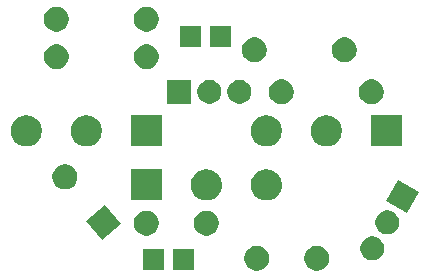
<source format=gbr>
G04 #@! TF.GenerationSoftware,KiCad,Pcbnew,(5.1.5-0-10_14)*
G04 #@! TF.CreationDate,2020-11-19T19:32:45+01:00*
G04 #@! TF.ProjectId,fuzzy-christmas-2020,66757a7a-792d-4636-9872-6973746d6173,rev?*
G04 #@! TF.SameCoordinates,Original*
G04 #@! TF.FileFunction,Soldermask,Bot*
G04 #@! TF.FilePolarity,Negative*
%FSLAX46Y46*%
G04 Gerber Fmt 4.6, Leading zero omitted, Abs format (unit mm)*
G04 Created by KiCad (PCBNEW (5.1.5-0-10_14)) date 2020-11-19 19:32:45*
%MOMM*%
%LPD*%
G04 APERTURE LIST*
%ADD10C,0.100000*%
G04 APERTURE END LIST*
D10*
G36*
X231891064Y-83444389D02*
G01*
X232082333Y-83523615D01*
X232082335Y-83523616D01*
X232254473Y-83638635D01*
X232400865Y-83785027D01*
X232515885Y-83957167D01*
X232595111Y-84148436D01*
X232635500Y-84351484D01*
X232635500Y-84558516D01*
X232595111Y-84761564D01*
X232515885Y-84952833D01*
X232515884Y-84952835D01*
X232400865Y-85124973D01*
X232254473Y-85271365D01*
X232082335Y-85386384D01*
X232082334Y-85386385D01*
X232082333Y-85386385D01*
X231891064Y-85465611D01*
X231688016Y-85506000D01*
X231480984Y-85506000D01*
X231277936Y-85465611D01*
X231086667Y-85386385D01*
X231086666Y-85386385D01*
X231086665Y-85386384D01*
X230914527Y-85271365D01*
X230768135Y-85124973D01*
X230653116Y-84952835D01*
X230653115Y-84952833D01*
X230573889Y-84761564D01*
X230533500Y-84558516D01*
X230533500Y-84351484D01*
X230573889Y-84148436D01*
X230653115Y-83957167D01*
X230768135Y-83785027D01*
X230914527Y-83638635D01*
X231086665Y-83523616D01*
X231086667Y-83523615D01*
X231277936Y-83444389D01*
X231480984Y-83404000D01*
X231688016Y-83404000D01*
X231891064Y-83444389D01*
G37*
G36*
X226811064Y-83444389D02*
G01*
X227002333Y-83523615D01*
X227002335Y-83523616D01*
X227174473Y-83638635D01*
X227320865Y-83785027D01*
X227435885Y-83957167D01*
X227515111Y-84148436D01*
X227555500Y-84351484D01*
X227555500Y-84558516D01*
X227515111Y-84761564D01*
X227435885Y-84952833D01*
X227435884Y-84952835D01*
X227320865Y-85124973D01*
X227174473Y-85271365D01*
X227002335Y-85386384D01*
X227002334Y-85386385D01*
X227002333Y-85386385D01*
X226811064Y-85465611D01*
X226608016Y-85506000D01*
X226400984Y-85506000D01*
X226197936Y-85465611D01*
X226006667Y-85386385D01*
X226006666Y-85386385D01*
X226006665Y-85386384D01*
X225834527Y-85271365D01*
X225688135Y-85124973D01*
X225573116Y-84952835D01*
X225573115Y-84952833D01*
X225493889Y-84761564D01*
X225453500Y-84558516D01*
X225453500Y-84351484D01*
X225493889Y-84148436D01*
X225573115Y-83957167D01*
X225688135Y-83785027D01*
X225834527Y-83638635D01*
X226006665Y-83523616D01*
X226006667Y-83523615D01*
X226197936Y-83444389D01*
X226400984Y-83404000D01*
X226608016Y-83404000D01*
X226811064Y-83444389D01*
G37*
G36*
X221182500Y-85444900D02*
G01*
X219380500Y-85444900D01*
X219380500Y-83642900D01*
X221182500Y-83642900D01*
X221182500Y-85444900D01*
G37*
G36*
X218642500Y-85444900D02*
G01*
X216840500Y-85444900D01*
X216840500Y-83642900D01*
X218642500Y-83642900D01*
X218642500Y-85444900D01*
G37*
G36*
X236579915Y-82629556D02*
G01*
X236764850Y-82706159D01*
X236764851Y-82706160D01*
X236931290Y-82817371D01*
X237072834Y-82958915D01*
X237072835Y-82958917D01*
X237184046Y-83125355D01*
X237260649Y-83310290D01*
X237299700Y-83506617D01*
X237299700Y-83706793D01*
X237260649Y-83903120D01*
X237184046Y-84088055D01*
X237184045Y-84088056D01*
X237072834Y-84254495D01*
X236931290Y-84396039D01*
X236847504Y-84452023D01*
X236764850Y-84507251D01*
X236579915Y-84583854D01*
X236383588Y-84622905D01*
X236183412Y-84622905D01*
X235987085Y-84583854D01*
X235802150Y-84507251D01*
X235719496Y-84452023D01*
X235635710Y-84396039D01*
X235494166Y-84254495D01*
X235382955Y-84088056D01*
X235382954Y-84088055D01*
X235306351Y-83903120D01*
X235267300Y-83706793D01*
X235267300Y-83506617D01*
X235306351Y-83310290D01*
X235382954Y-83125355D01*
X235494165Y-82958917D01*
X235494166Y-82958915D01*
X235635710Y-82817371D01*
X235802149Y-82706160D01*
X235802150Y-82706159D01*
X235987085Y-82629556D01*
X236183412Y-82590505D01*
X236383588Y-82590505D01*
X236579915Y-82629556D01*
G37*
G36*
X215012863Y-81577296D02*
G01*
X213402638Y-82928435D01*
X212051499Y-81318210D01*
X213661724Y-79967071D01*
X215012863Y-81577296D01*
G37*
G36*
X222556564Y-80459889D02*
G01*
X222747833Y-80539115D01*
X222747835Y-80539116D01*
X222919973Y-80654135D01*
X223066365Y-80800527D01*
X223149970Y-80925650D01*
X223181385Y-80972667D01*
X223260611Y-81163936D01*
X223301000Y-81366984D01*
X223301000Y-81574016D01*
X223260611Y-81777064D01*
X223181385Y-81968333D01*
X223181384Y-81968335D01*
X223066365Y-82140473D01*
X222919973Y-82286865D01*
X222747835Y-82401884D01*
X222747834Y-82401885D01*
X222747833Y-82401885D01*
X222556564Y-82481111D01*
X222353516Y-82521500D01*
X222146484Y-82521500D01*
X221943436Y-82481111D01*
X221752167Y-82401885D01*
X221752166Y-82401885D01*
X221752165Y-82401884D01*
X221580027Y-82286865D01*
X221433635Y-82140473D01*
X221318616Y-81968335D01*
X221318615Y-81968333D01*
X221239389Y-81777064D01*
X221199000Y-81574016D01*
X221199000Y-81366984D01*
X221239389Y-81163936D01*
X221318615Y-80972667D01*
X221350031Y-80925650D01*
X221433635Y-80800527D01*
X221580027Y-80654135D01*
X221752165Y-80539116D01*
X221752167Y-80539115D01*
X221943436Y-80459889D01*
X222146484Y-80419500D01*
X222353516Y-80419500D01*
X222556564Y-80459889D01*
G37*
G36*
X217476564Y-80459889D02*
G01*
X217667833Y-80539115D01*
X217667835Y-80539116D01*
X217839973Y-80654135D01*
X217986365Y-80800527D01*
X218069970Y-80925650D01*
X218101385Y-80972667D01*
X218180611Y-81163936D01*
X218221000Y-81366984D01*
X218221000Y-81574016D01*
X218180611Y-81777064D01*
X218101385Y-81968333D01*
X218101384Y-81968335D01*
X217986365Y-82140473D01*
X217839973Y-82286865D01*
X217667835Y-82401884D01*
X217667834Y-82401885D01*
X217667833Y-82401885D01*
X217476564Y-82481111D01*
X217273516Y-82521500D01*
X217066484Y-82521500D01*
X216863436Y-82481111D01*
X216672167Y-82401885D01*
X216672166Y-82401885D01*
X216672165Y-82401884D01*
X216500027Y-82286865D01*
X216353635Y-82140473D01*
X216238616Y-81968335D01*
X216238615Y-81968333D01*
X216159389Y-81777064D01*
X216119000Y-81574016D01*
X216119000Y-81366984D01*
X216159389Y-81163936D01*
X216238615Y-80972667D01*
X216270031Y-80925650D01*
X216353635Y-80800527D01*
X216500027Y-80654135D01*
X216672165Y-80539116D01*
X216672167Y-80539115D01*
X216863436Y-80459889D01*
X217066484Y-80419500D01*
X217273516Y-80419500D01*
X217476564Y-80459889D01*
G37*
G36*
X237849915Y-80429851D02*
G01*
X238034850Y-80506454D01*
X238034851Y-80506455D01*
X238201290Y-80617666D01*
X238342834Y-80759210D01*
X238342835Y-80759212D01*
X238454046Y-80925650D01*
X238530649Y-81110585D01*
X238569700Y-81306912D01*
X238569700Y-81507088D01*
X238530649Y-81703415D01*
X238454046Y-81888350D01*
X238454045Y-81888351D01*
X238342834Y-82054790D01*
X238201290Y-82196334D01*
X238117504Y-82252318D01*
X238034850Y-82307546D01*
X237849915Y-82384149D01*
X237653588Y-82423200D01*
X237453412Y-82423200D01*
X237257085Y-82384149D01*
X237072150Y-82307546D01*
X236989496Y-82252318D01*
X236905710Y-82196334D01*
X236764166Y-82054790D01*
X236652955Y-81888351D01*
X236652954Y-81888350D01*
X236576351Y-81703415D01*
X236537300Y-81507088D01*
X236537300Y-81306912D01*
X236576351Y-81110585D01*
X236652954Y-80925650D01*
X236764165Y-80759212D01*
X236764166Y-80759210D01*
X236905710Y-80617666D01*
X237072149Y-80506455D01*
X237072150Y-80506454D01*
X237257085Y-80429851D01*
X237453412Y-80390800D01*
X237653588Y-80390800D01*
X237849915Y-80429851D01*
G37*
G36*
X240211656Y-78835340D02*
G01*
X239195455Y-80595451D01*
X237435344Y-79579250D01*
X238451545Y-77819139D01*
X240211656Y-78835340D01*
G37*
G36*
X222507715Y-76936383D02*
G01*
X222635322Y-76961765D01*
X222776148Y-77020097D01*
X222875727Y-77061344D01*
X222875728Y-77061345D01*
X223092089Y-77205912D01*
X223276088Y-77389911D01*
X223318064Y-77452733D01*
X223420656Y-77606273D01*
X223442811Y-77659761D01*
X223520235Y-77846678D01*
X223520235Y-77846680D01*
X223571000Y-78101891D01*
X223571000Y-78362109D01*
X223546032Y-78487631D01*
X223520235Y-78617322D01*
X223461903Y-78758148D01*
X223420656Y-78857727D01*
X223420655Y-78857728D01*
X223276088Y-79074089D01*
X223092089Y-79258088D01*
X222947521Y-79354685D01*
X222875727Y-79402656D01*
X222776148Y-79443903D01*
X222635322Y-79502235D01*
X222507715Y-79527617D01*
X222380109Y-79553000D01*
X222119891Y-79553000D01*
X221992285Y-79527617D01*
X221864678Y-79502235D01*
X221723852Y-79443903D01*
X221624273Y-79402656D01*
X221552479Y-79354685D01*
X221407911Y-79258088D01*
X221223912Y-79074089D01*
X221079345Y-78857728D01*
X221079344Y-78857727D01*
X221038097Y-78758148D01*
X220979765Y-78617322D01*
X220953968Y-78487631D01*
X220929000Y-78362109D01*
X220929000Y-78101891D01*
X220979765Y-77846680D01*
X220979765Y-77846678D01*
X221057189Y-77659761D01*
X221079344Y-77606273D01*
X221181936Y-77452733D01*
X221223912Y-77389911D01*
X221407911Y-77205912D01*
X221624272Y-77061345D01*
X221624273Y-77061344D01*
X221723852Y-77020097D01*
X221864678Y-76961765D01*
X221992285Y-76936383D01*
X222119891Y-76911000D01*
X222380109Y-76911000D01*
X222507715Y-76936383D01*
G37*
G36*
X218491000Y-79553000D02*
G01*
X215849000Y-79553000D01*
X215849000Y-76911000D01*
X218491000Y-76911000D01*
X218491000Y-79553000D01*
G37*
G36*
X227587715Y-76936383D02*
G01*
X227715322Y-76961765D01*
X227856148Y-77020097D01*
X227955727Y-77061344D01*
X227955728Y-77061345D01*
X228172089Y-77205912D01*
X228356088Y-77389911D01*
X228398064Y-77452733D01*
X228500656Y-77606273D01*
X228522811Y-77659761D01*
X228600235Y-77846678D01*
X228600235Y-77846680D01*
X228651000Y-78101891D01*
X228651000Y-78362109D01*
X228626032Y-78487631D01*
X228600235Y-78617322D01*
X228541903Y-78758148D01*
X228500656Y-78857727D01*
X228500655Y-78857728D01*
X228356088Y-79074089D01*
X228172089Y-79258088D01*
X228027521Y-79354685D01*
X227955727Y-79402656D01*
X227856148Y-79443903D01*
X227715322Y-79502235D01*
X227587715Y-79527617D01*
X227460109Y-79553000D01*
X227199891Y-79553000D01*
X227072285Y-79527617D01*
X226944678Y-79502235D01*
X226803852Y-79443903D01*
X226704273Y-79402656D01*
X226632479Y-79354685D01*
X226487911Y-79258088D01*
X226303912Y-79074089D01*
X226159345Y-78857728D01*
X226159344Y-78857727D01*
X226118097Y-78758148D01*
X226059765Y-78617322D01*
X226033968Y-78487631D01*
X226009000Y-78362109D01*
X226009000Y-78101891D01*
X226059765Y-77846680D01*
X226059765Y-77846678D01*
X226137189Y-77659761D01*
X226159344Y-77606273D01*
X226261936Y-77452733D01*
X226303912Y-77389911D01*
X226487911Y-77205912D01*
X226704272Y-77061345D01*
X226704273Y-77061344D01*
X226803852Y-77020097D01*
X226944678Y-76961765D01*
X227072285Y-76936383D01*
X227199891Y-76911000D01*
X227460109Y-76911000D01*
X227587715Y-76936383D01*
G37*
G36*
X210573383Y-76545636D02*
G01*
X210764652Y-76624862D01*
X210764654Y-76624863D01*
X210936792Y-76739882D01*
X211083184Y-76886274D01*
X211133626Y-76961765D01*
X211198204Y-77058414D01*
X211277430Y-77249683D01*
X211317819Y-77452731D01*
X211317819Y-77659763D01*
X211277430Y-77862811D01*
X211198204Y-78054080D01*
X211198203Y-78054082D01*
X211083184Y-78226220D01*
X210936792Y-78372612D01*
X210764654Y-78487631D01*
X210764653Y-78487632D01*
X210764652Y-78487632D01*
X210573383Y-78566858D01*
X210370335Y-78607247D01*
X210163303Y-78607247D01*
X209960255Y-78566858D01*
X209768986Y-78487632D01*
X209768985Y-78487632D01*
X209768984Y-78487631D01*
X209596846Y-78372612D01*
X209450454Y-78226220D01*
X209335435Y-78054082D01*
X209335434Y-78054080D01*
X209256208Y-77862811D01*
X209215819Y-77659763D01*
X209215819Y-77452731D01*
X209256208Y-77249683D01*
X209335434Y-77058414D01*
X209400013Y-76961765D01*
X209450454Y-76886274D01*
X209596846Y-76739882D01*
X209768984Y-76624863D01*
X209768986Y-76624862D01*
X209960255Y-76545636D01*
X210163303Y-76505247D01*
X210370335Y-76505247D01*
X210573383Y-76545636D01*
G37*
G36*
X212347715Y-72364383D02*
G01*
X212475322Y-72389765D01*
X212616148Y-72448097D01*
X212715727Y-72489344D01*
X212715728Y-72489345D01*
X212932089Y-72633912D01*
X213116088Y-72817911D01*
X213212685Y-72962479D01*
X213260656Y-73034273D01*
X213301903Y-73133852D01*
X213360235Y-73274678D01*
X213411000Y-73529893D01*
X213411000Y-73790107D01*
X213360235Y-74045322D01*
X213301903Y-74186148D01*
X213260656Y-74285727D01*
X213260655Y-74285728D01*
X213116088Y-74502089D01*
X212932089Y-74686088D01*
X212787521Y-74782685D01*
X212715727Y-74830656D01*
X212616148Y-74871903D01*
X212475322Y-74930235D01*
X212347715Y-74955617D01*
X212220109Y-74981000D01*
X211959891Y-74981000D01*
X211832285Y-74955617D01*
X211704678Y-74930235D01*
X211563852Y-74871903D01*
X211464273Y-74830656D01*
X211392479Y-74782685D01*
X211247911Y-74686088D01*
X211063912Y-74502089D01*
X210919345Y-74285728D01*
X210919344Y-74285727D01*
X210878097Y-74186148D01*
X210819765Y-74045322D01*
X210769000Y-73790107D01*
X210769000Y-73529893D01*
X210819765Y-73274678D01*
X210878097Y-73133852D01*
X210919344Y-73034273D01*
X210967315Y-72962479D01*
X211063912Y-72817911D01*
X211247911Y-72633912D01*
X211464272Y-72489345D01*
X211464273Y-72489344D01*
X211563852Y-72448097D01*
X211704678Y-72389765D01*
X211832285Y-72364383D01*
X211959891Y-72339000D01*
X212220109Y-72339000D01*
X212347715Y-72364383D01*
G37*
G36*
X238811000Y-74981000D02*
G01*
X236169000Y-74981000D01*
X236169000Y-72339000D01*
X238811000Y-72339000D01*
X238811000Y-74981000D01*
G37*
G36*
X232667715Y-72364383D02*
G01*
X232795322Y-72389765D01*
X232936148Y-72448097D01*
X233035727Y-72489344D01*
X233035728Y-72489345D01*
X233252089Y-72633912D01*
X233436088Y-72817911D01*
X233532685Y-72962479D01*
X233580656Y-73034273D01*
X233621903Y-73133852D01*
X233680235Y-73274678D01*
X233731000Y-73529893D01*
X233731000Y-73790107D01*
X233680235Y-74045322D01*
X233621903Y-74186148D01*
X233580656Y-74285727D01*
X233580655Y-74285728D01*
X233436088Y-74502089D01*
X233252089Y-74686088D01*
X233107521Y-74782685D01*
X233035727Y-74830656D01*
X232936148Y-74871903D01*
X232795322Y-74930235D01*
X232667715Y-74955617D01*
X232540109Y-74981000D01*
X232279891Y-74981000D01*
X232152285Y-74955617D01*
X232024678Y-74930235D01*
X231883852Y-74871903D01*
X231784273Y-74830656D01*
X231712479Y-74782685D01*
X231567911Y-74686088D01*
X231383912Y-74502089D01*
X231239345Y-74285728D01*
X231239344Y-74285727D01*
X231198097Y-74186148D01*
X231139765Y-74045322D01*
X231089000Y-73790107D01*
X231089000Y-73529893D01*
X231139765Y-73274678D01*
X231198097Y-73133852D01*
X231239344Y-73034273D01*
X231287315Y-72962479D01*
X231383912Y-72817911D01*
X231567911Y-72633912D01*
X231784272Y-72489345D01*
X231784273Y-72489344D01*
X231883852Y-72448097D01*
X232024678Y-72389765D01*
X232152285Y-72364383D01*
X232279891Y-72339000D01*
X232540109Y-72339000D01*
X232667715Y-72364383D01*
G37*
G36*
X227587715Y-72364383D02*
G01*
X227715322Y-72389765D01*
X227856148Y-72448097D01*
X227955727Y-72489344D01*
X227955728Y-72489345D01*
X228172089Y-72633912D01*
X228356088Y-72817911D01*
X228452685Y-72962479D01*
X228500656Y-73034273D01*
X228541903Y-73133852D01*
X228600235Y-73274678D01*
X228651000Y-73529893D01*
X228651000Y-73790107D01*
X228600235Y-74045322D01*
X228541903Y-74186148D01*
X228500656Y-74285727D01*
X228500655Y-74285728D01*
X228356088Y-74502089D01*
X228172089Y-74686088D01*
X228027521Y-74782685D01*
X227955727Y-74830656D01*
X227856148Y-74871903D01*
X227715322Y-74930235D01*
X227587715Y-74955617D01*
X227460109Y-74981000D01*
X227199891Y-74981000D01*
X227072285Y-74955617D01*
X226944678Y-74930235D01*
X226803852Y-74871903D01*
X226704273Y-74830656D01*
X226632479Y-74782685D01*
X226487911Y-74686088D01*
X226303912Y-74502089D01*
X226159345Y-74285728D01*
X226159344Y-74285727D01*
X226118097Y-74186148D01*
X226059765Y-74045322D01*
X226009000Y-73790107D01*
X226009000Y-73529893D01*
X226059765Y-73274678D01*
X226118097Y-73133852D01*
X226159344Y-73034273D01*
X226207315Y-72962479D01*
X226303912Y-72817911D01*
X226487911Y-72633912D01*
X226704272Y-72489345D01*
X226704273Y-72489344D01*
X226803852Y-72448097D01*
X226944678Y-72389765D01*
X227072285Y-72364383D01*
X227199891Y-72339000D01*
X227460109Y-72339000D01*
X227587715Y-72364383D01*
G37*
G36*
X207267715Y-72364383D02*
G01*
X207395322Y-72389765D01*
X207536148Y-72448097D01*
X207635727Y-72489344D01*
X207635728Y-72489345D01*
X207852089Y-72633912D01*
X208036088Y-72817911D01*
X208132685Y-72962479D01*
X208180656Y-73034273D01*
X208221903Y-73133852D01*
X208280235Y-73274678D01*
X208331000Y-73529893D01*
X208331000Y-73790107D01*
X208280235Y-74045322D01*
X208221903Y-74186148D01*
X208180656Y-74285727D01*
X208180655Y-74285728D01*
X208036088Y-74502089D01*
X207852089Y-74686088D01*
X207707521Y-74782685D01*
X207635727Y-74830656D01*
X207536148Y-74871903D01*
X207395322Y-74930235D01*
X207267715Y-74955617D01*
X207140109Y-74981000D01*
X206879891Y-74981000D01*
X206752285Y-74955617D01*
X206624678Y-74930235D01*
X206483852Y-74871903D01*
X206384273Y-74830656D01*
X206312479Y-74782685D01*
X206167911Y-74686088D01*
X205983912Y-74502089D01*
X205839345Y-74285728D01*
X205839344Y-74285727D01*
X205798097Y-74186148D01*
X205739765Y-74045322D01*
X205689000Y-73790107D01*
X205689000Y-73529893D01*
X205739765Y-73274678D01*
X205798097Y-73133852D01*
X205839344Y-73034273D01*
X205887315Y-72962479D01*
X205983912Y-72817911D01*
X206167911Y-72633912D01*
X206384272Y-72489345D01*
X206384273Y-72489344D01*
X206483852Y-72448097D01*
X206624678Y-72389765D01*
X206752285Y-72364383D01*
X206879891Y-72339000D01*
X207140109Y-72339000D01*
X207267715Y-72364383D01*
G37*
G36*
X218491000Y-74981000D02*
G01*
X215849000Y-74981000D01*
X215849000Y-72339000D01*
X218491000Y-72339000D01*
X218491000Y-74981000D01*
G37*
G36*
X236526564Y-69347389D02*
G01*
X236717833Y-69426615D01*
X236717835Y-69426616D01*
X236889973Y-69541635D01*
X237036365Y-69688027D01*
X237151385Y-69860167D01*
X237230611Y-70051436D01*
X237271000Y-70254484D01*
X237271000Y-70461516D01*
X237230611Y-70664564D01*
X237158212Y-70839350D01*
X237151384Y-70855835D01*
X237036365Y-71027973D01*
X236889973Y-71174365D01*
X236717835Y-71289384D01*
X236717834Y-71289385D01*
X236717833Y-71289385D01*
X236526564Y-71368611D01*
X236323516Y-71409000D01*
X236116484Y-71409000D01*
X235913436Y-71368611D01*
X235722167Y-71289385D01*
X235722166Y-71289385D01*
X235722165Y-71289384D01*
X235550027Y-71174365D01*
X235403635Y-71027973D01*
X235288616Y-70855835D01*
X235281788Y-70839350D01*
X235209389Y-70664564D01*
X235169000Y-70461516D01*
X235169000Y-70254484D01*
X235209389Y-70051436D01*
X235288615Y-69860167D01*
X235403635Y-69688027D01*
X235550027Y-69541635D01*
X235722165Y-69426616D01*
X235722167Y-69426615D01*
X235913436Y-69347389D01*
X236116484Y-69307000D01*
X236323516Y-69307000D01*
X236526564Y-69347389D01*
G37*
G36*
X228906564Y-69347389D02*
G01*
X229097833Y-69426615D01*
X229097835Y-69426616D01*
X229269973Y-69541635D01*
X229416365Y-69688027D01*
X229531385Y-69860167D01*
X229610611Y-70051436D01*
X229651000Y-70254484D01*
X229651000Y-70461516D01*
X229610611Y-70664564D01*
X229538212Y-70839350D01*
X229531384Y-70855835D01*
X229416365Y-71027973D01*
X229269973Y-71174365D01*
X229097835Y-71289384D01*
X229097834Y-71289385D01*
X229097833Y-71289385D01*
X228906564Y-71368611D01*
X228703516Y-71409000D01*
X228496484Y-71409000D01*
X228293436Y-71368611D01*
X228102167Y-71289385D01*
X228102166Y-71289385D01*
X228102165Y-71289384D01*
X227930027Y-71174365D01*
X227783635Y-71027973D01*
X227668616Y-70855835D01*
X227661788Y-70839350D01*
X227589389Y-70664564D01*
X227549000Y-70461516D01*
X227549000Y-70254484D01*
X227589389Y-70051436D01*
X227668615Y-69860167D01*
X227783635Y-69688027D01*
X227930027Y-69541635D01*
X228102165Y-69426616D01*
X228102167Y-69426615D01*
X228293436Y-69347389D01*
X228496484Y-69307000D01*
X228703516Y-69307000D01*
X228906564Y-69347389D01*
G37*
G36*
X225340415Y-69380851D02*
G01*
X225525350Y-69457454D01*
X225525351Y-69457455D01*
X225691790Y-69568666D01*
X225833334Y-69710210D01*
X225833335Y-69710212D01*
X225944546Y-69876650D01*
X226021149Y-70061585D01*
X226060200Y-70257912D01*
X226060200Y-70458088D01*
X226021149Y-70654415D01*
X225944546Y-70839350D01*
X225944545Y-70839351D01*
X225833334Y-71005790D01*
X225691790Y-71147334D01*
X225651335Y-71174365D01*
X225525350Y-71258546D01*
X225340415Y-71335149D01*
X225144088Y-71374200D01*
X224943912Y-71374200D01*
X224747585Y-71335149D01*
X224562650Y-71258546D01*
X224436665Y-71174365D01*
X224396210Y-71147334D01*
X224254666Y-71005790D01*
X224143455Y-70839351D01*
X224143454Y-70839350D01*
X224066851Y-70654415D01*
X224027800Y-70458088D01*
X224027800Y-70257912D01*
X224066851Y-70061585D01*
X224143454Y-69876650D01*
X224254665Y-69710212D01*
X224254666Y-69710210D01*
X224396210Y-69568666D01*
X224562649Y-69457455D01*
X224562650Y-69457454D01*
X224747585Y-69380851D01*
X224943912Y-69341800D01*
X225144088Y-69341800D01*
X225340415Y-69380851D01*
G37*
G36*
X222800415Y-69380851D02*
G01*
X222985350Y-69457454D01*
X222985351Y-69457455D01*
X223151790Y-69568666D01*
X223293334Y-69710210D01*
X223293335Y-69710212D01*
X223404546Y-69876650D01*
X223481149Y-70061585D01*
X223520200Y-70257912D01*
X223520200Y-70458088D01*
X223481149Y-70654415D01*
X223404546Y-70839350D01*
X223404545Y-70839351D01*
X223293334Y-71005790D01*
X223151790Y-71147334D01*
X223111335Y-71174365D01*
X222985350Y-71258546D01*
X222800415Y-71335149D01*
X222604088Y-71374200D01*
X222403912Y-71374200D01*
X222207585Y-71335149D01*
X222022650Y-71258546D01*
X221896665Y-71174365D01*
X221856210Y-71147334D01*
X221714666Y-71005790D01*
X221603455Y-70839351D01*
X221603454Y-70839350D01*
X221526851Y-70654415D01*
X221487800Y-70458088D01*
X221487800Y-70257912D01*
X221526851Y-70061585D01*
X221603454Y-69876650D01*
X221714665Y-69710212D01*
X221714666Y-69710210D01*
X221856210Y-69568666D01*
X222022649Y-69457455D01*
X222022650Y-69457454D01*
X222207585Y-69380851D01*
X222403912Y-69341800D01*
X222604088Y-69341800D01*
X222800415Y-69380851D01*
G37*
G36*
X220980200Y-71374200D02*
G01*
X218947800Y-71374200D01*
X218947800Y-69341800D01*
X220980200Y-69341800D01*
X220980200Y-71374200D01*
G37*
G36*
X209856564Y-66362889D02*
G01*
X210047833Y-66442115D01*
X210047835Y-66442116D01*
X210127632Y-66495435D01*
X210219973Y-66557135D01*
X210366365Y-66703527D01*
X210481385Y-66875667D01*
X210560611Y-67066936D01*
X210601000Y-67269984D01*
X210601000Y-67477016D01*
X210560611Y-67680064D01*
X210505708Y-67812611D01*
X210481384Y-67871335D01*
X210366365Y-68043473D01*
X210219973Y-68189865D01*
X210047835Y-68304884D01*
X210047834Y-68304885D01*
X210047833Y-68304885D01*
X209856564Y-68384111D01*
X209653516Y-68424500D01*
X209446484Y-68424500D01*
X209243436Y-68384111D01*
X209052167Y-68304885D01*
X209052166Y-68304885D01*
X209052165Y-68304884D01*
X208880027Y-68189865D01*
X208733635Y-68043473D01*
X208618616Y-67871335D01*
X208594292Y-67812611D01*
X208539389Y-67680064D01*
X208499000Y-67477016D01*
X208499000Y-67269984D01*
X208539389Y-67066936D01*
X208618615Y-66875667D01*
X208733635Y-66703527D01*
X208880027Y-66557135D01*
X208972368Y-66495435D01*
X209052165Y-66442116D01*
X209052167Y-66442115D01*
X209243436Y-66362889D01*
X209446484Y-66322500D01*
X209653516Y-66322500D01*
X209856564Y-66362889D01*
G37*
G36*
X217476564Y-66362889D02*
G01*
X217667833Y-66442115D01*
X217667835Y-66442116D01*
X217747632Y-66495435D01*
X217839973Y-66557135D01*
X217986365Y-66703527D01*
X218101385Y-66875667D01*
X218180611Y-67066936D01*
X218221000Y-67269984D01*
X218221000Y-67477016D01*
X218180611Y-67680064D01*
X218125708Y-67812611D01*
X218101384Y-67871335D01*
X217986365Y-68043473D01*
X217839973Y-68189865D01*
X217667835Y-68304884D01*
X217667834Y-68304885D01*
X217667833Y-68304885D01*
X217476564Y-68384111D01*
X217273516Y-68424500D01*
X217066484Y-68424500D01*
X216863436Y-68384111D01*
X216672167Y-68304885D01*
X216672166Y-68304885D01*
X216672165Y-68304884D01*
X216500027Y-68189865D01*
X216353635Y-68043473D01*
X216238616Y-67871335D01*
X216214292Y-67812611D01*
X216159389Y-67680064D01*
X216119000Y-67477016D01*
X216119000Y-67269984D01*
X216159389Y-67066936D01*
X216238615Y-66875667D01*
X216353635Y-66703527D01*
X216500027Y-66557135D01*
X216592368Y-66495435D01*
X216672165Y-66442116D01*
X216672167Y-66442115D01*
X216863436Y-66362889D01*
X217066484Y-66322500D01*
X217273516Y-66322500D01*
X217476564Y-66362889D01*
G37*
G36*
X226620564Y-65791389D02*
G01*
X226811833Y-65870615D01*
X226811835Y-65870616D01*
X226983973Y-65985635D01*
X227130365Y-66132027D01*
X227245385Y-66304167D01*
X227324611Y-66495436D01*
X227365000Y-66698484D01*
X227365000Y-66905516D01*
X227324611Y-67108564D01*
X227257749Y-67269984D01*
X227245384Y-67299835D01*
X227130365Y-67471973D01*
X226983973Y-67618365D01*
X226811835Y-67733384D01*
X226811834Y-67733385D01*
X226811833Y-67733385D01*
X226620564Y-67812611D01*
X226417516Y-67853000D01*
X226210484Y-67853000D01*
X226007436Y-67812611D01*
X225816167Y-67733385D01*
X225816166Y-67733385D01*
X225816165Y-67733384D01*
X225644027Y-67618365D01*
X225497635Y-67471973D01*
X225382616Y-67299835D01*
X225370251Y-67269984D01*
X225303389Y-67108564D01*
X225263000Y-66905516D01*
X225263000Y-66698484D01*
X225303389Y-66495436D01*
X225382615Y-66304167D01*
X225497635Y-66132027D01*
X225644027Y-65985635D01*
X225816165Y-65870616D01*
X225816167Y-65870615D01*
X226007436Y-65791389D01*
X226210484Y-65751000D01*
X226417516Y-65751000D01*
X226620564Y-65791389D01*
G37*
G36*
X234240564Y-65791389D02*
G01*
X234431833Y-65870615D01*
X234431835Y-65870616D01*
X234603973Y-65985635D01*
X234750365Y-66132027D01*
X234865385Y-66304167D01*
X234944611Y-66495436D01*
X234985000Y-66698484D01*
X234985000Y-66905516D01*
X234944611Y-67108564D01*
X234877749Y-67269984D01*
X234865384Y-67299835D01*
X234750365Y-67471973D01*
X234603973Y-67618365D01*
X234431835Y-67733384D01*
X234431834Y-67733385D01*
X234431833Y-67733385D01*
X234240564Y-67812611D01*
X234037516Y-67853000D01*
X233830484Y-67853000D01*
X233627436Y-67812611D01*
X233436167Y-67733385D01*
X233436166Y-67733385D01*
X233436165Y-67733384D01*
X233264027Y-67618365D01*
X233117635Y-67471973D01*
X233002616Y-67299835D01*
X232990251Y-67269984D01*
X232923389Y-67108564D01*
X232883000Y-66905516D01*
X232883000Y-66698484D01*
X232923389Y-66495436D01*
X233002615Y-66304167D01*
X233117635Y-66132027D01*
X233264027Y-65985635D01*
X233436165Y-65870616D01*
X233436167Y-65870615D01*
X233627436Y-65791389D01*
X233830484Y-65751000D01*
X234037516Y-65751000D01*
X234240564Y-65791389D01*
G37*
G36*
X224357500Y-66560000D02*
G01*
X222555500Y-66560000D01*
X222555500Y-64758000D01*
X224357500Y-64758000D01*
X224357500Y-66560000D01*
G37*
G36*
X221817500Y-66560000D02*
G01*
X220015500Y-66560000D01*
X220015500Y-64758000D01*
X221817500Y-64758000D01*
X221817500Y-66560000D01*
G37*
G36*
X209856564Y-63187889D02*
G01*
X210047833Y-63267115D01*
X210047835Y-63267116D01*
X210219973Y-63382135D01*
X210366365Y-63528527D01*
X210481385Y-63700667D01*
X210560611Y-63891936D01*
X210601000Y-64094984D01*
X210601000Y-64302016D01*
X210560611Y-64505064D01*
X210481385Y-64696333D01*
X210481384Y-64696335D01*
X210366365Y-64868473D01*
X210219973Y-65014865D01*
X210047835Y-65129884D01*
X210047834Y-65129885D01*
X210047833Y-65129885D01*
X209856564Y-65209111D01*
X209653516Y-65249500D01*
X209446484Y-65249500D01*
X209243436Y-65209111D01*
X209052167Y-65129885D01*
X209052166Y-65129885D01*
X209052165Y-65129884D01*
X208880027Y-65014865D01*
X208733635Y-64868473D01*
X208618616Y-64696335D01*
X208618615Y-64696333D01*
X208539389Y-64505064D01*
X208499000Y-64302016D01*
X208499000Y-64094984D01*
X208539389Y-63891936D01*
X208618615Y-63700667D01*
X208733635Y-63528527D01*
X208880027Y-63382135D01*
X209052165Y-63267116D01*
X209052167Y-63267115D01*
X209243436Y-63187889D01*
X209446484Y-63147500D01*
X209653516Y-63147500D01*
X209856564Y-63187889D01*
G37*
G36*
X217476564Y-63187889D02*
G01*
X217667833Y-63267115D01*
X217667835Y-63267116D01*
X217839973Y-63382135D01*
X217986365Y-63528527D01*
X218101385Y-63700667D01*
X218180611Y-63891936D01*
X218221000Y-64094984D01*
X218221000Y-64302016D01*
X218180611Y-64505064D01*
X218101385Y-64696333D01*
X218101384Y-64696335D01*
X217986365Y-64868473D01*
X217839973Y-65014865D01*
X217667835Y-65129884D01*
X217667834Y-65129885D01*
X217667833Y-65129885D01*
X217476564Y-65209111D01*
X217273516Y-65249500D01*
X217066484Y-65249500D01*
X216863436Y-65209111D01*
X216672167Y-65129885D01*
X216672166Y-65129885D01*
X216672165Y-65129884D01*
X216500027Y-65014865D01*
X216353635Y-64868473D01*
X216238616Y-64696335D01*
X216238615Y-64696333D01*
X216159389Y-64505064D01*
X216119000Y-64302016D01*
X216119000Y-64094984D01*
X216159389Y-63891936D01*
X216238615Y-63700667D01*
X216353635Y-63528527D01*
X216500027Y-63382135D01*
X216672165Y-63267116D01*
X216672167Y-63267115D01*
X216863436Y-63187889D01*
X217066484Y-63147500D01*
X217273516Y-63147500D01*
X217476564Y-63187889D01*
G37*
M02*

</source>
